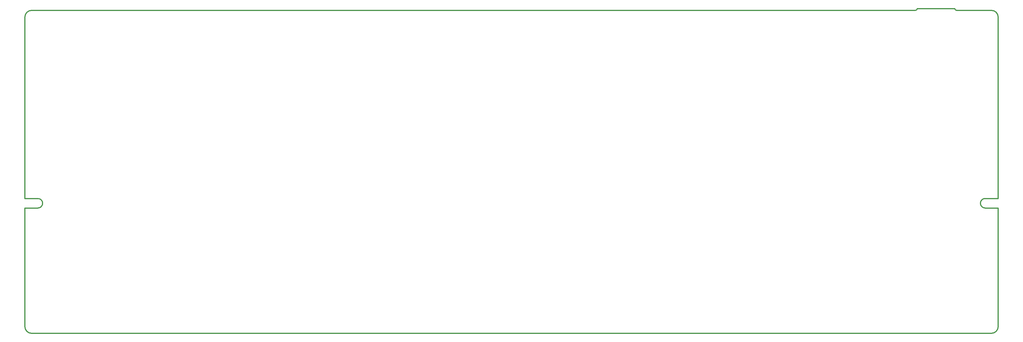
<source format=gbr>
G04 #@! TF.GenerationSoftware,KiCad,Pcbnew,(6.0.0-rc1-dev-1469-g932b9a334)*
G04 #@! TF.CreationDate,2019-10-20T15:35:18-07:00
G04 #@! TF.ProjectId,Laptreus-v2,4c617074-7265-4757-932d-76322e6b6963,rev?*
G04 #@! TF.SameCoordinates,Original*
G04 #@! TF.FileFunction,Profile,NP*
%FSLAX46Y46*%
G04 Gerber Fmt 4.6, Leading zero omitted, Abs format (unit mm)*
G04 Created by KiCad (PCBNEW (6.0.0-rc1-dev-1469-g932b9a334)) date Sunday, October 20, 2019 at 03:35:18 PM*
%MOMM*%
%LPD*%
G04 APERTURE LIST*
G04 #@! TA.AperFunction,NonConductor*
%ADD10C,0.300000*%
G04 #@! TD*
G04 APERTURE END LIST*
D10*
G04 #@! TO.C,BOARD1*
X373499645Y-166195053D02*
X92499645Y-166195053D01*
X92499645Y-71595053D02*
X351299645Y-71595053D01*
X373499645Y-71595053D02*
G75*
G02X375499645Y-73595053I0J-2000000D01*
G01*
X375499645Y-164195053D02*
G75*
G02X373499645Y-166195053I-2000000J0D01*
G01*
X92499645Y-166195053D02*
G75*
G02X90499645Y-164195053I0J2000000D01*
G01*
X90499645Y-73595053D02*
G75*
G02X92499645Y-71595053I2000000J0D01*
G01*
X375499645Y-164195053D02*
X375499645Y-129495053D01*
X375499645Y-129495053D02*
X371699645Y-129495053D01*
X370299645Y-128095053D02*
G75*
G02X371699645Y-126695053I1400000J0D01*
G01*
X371699645Y-126695053D02*
X375499645Y-126695053D01*
X375499645Y-126695053D02*
X375499645Y-73595053D01*
X95699645Y-128095053D02*
G75*
G03X94299645Y-126695053I-1400000J0D01*
G01*
X94299645Y-129495053D02*
G75*
G03X95699645Y-128095053I0J1400000D01*
G01*
X90499645Y-129495053D02*
X90499645Y-164195053D01*
X90499645Y-126695053D02*
X90499645Y-73595053D01*
X94299645Y-129495053D02*
X90499645Y-129495053D01*
X94299645Y-126695053D02*
X90499645Y-126695053D01*
X371699645Y-129495053D02*
G75*
G02X370299645Y-128095053I0J1400000D01*
G01*
X362799645Y-71095053D02*
X351799645Y-71095053D01*
X363299645Y-71595053D02*
G75*
G02X362799645Y-71095053I0J500000D01*
G01*
X351799645Y-71095053D02*
G75*
G02X351299645Y-71595053I-500000J0D01*
G01*
X373499645Y-71595053D02*
X363299645Y-71595053D01*
G04 #@! TD*
M02*

</source>
